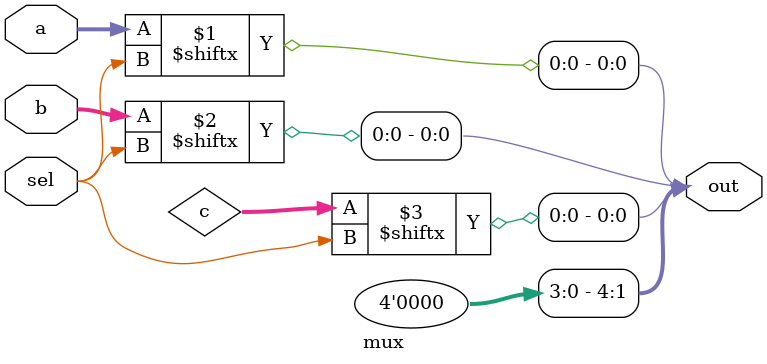
<source format=v>
module mux( 
input [4:0] a, b,
input sel,
output [4:0] out );
// When sel=0, assign a to out. 
// When sel=1, assign b to out.

wire [4:0] c;

assign out[4:0] = a[sel];
assign out[4:0] = b[sel];

assign c[sel] = out[4:0];

endmodule

</source>
